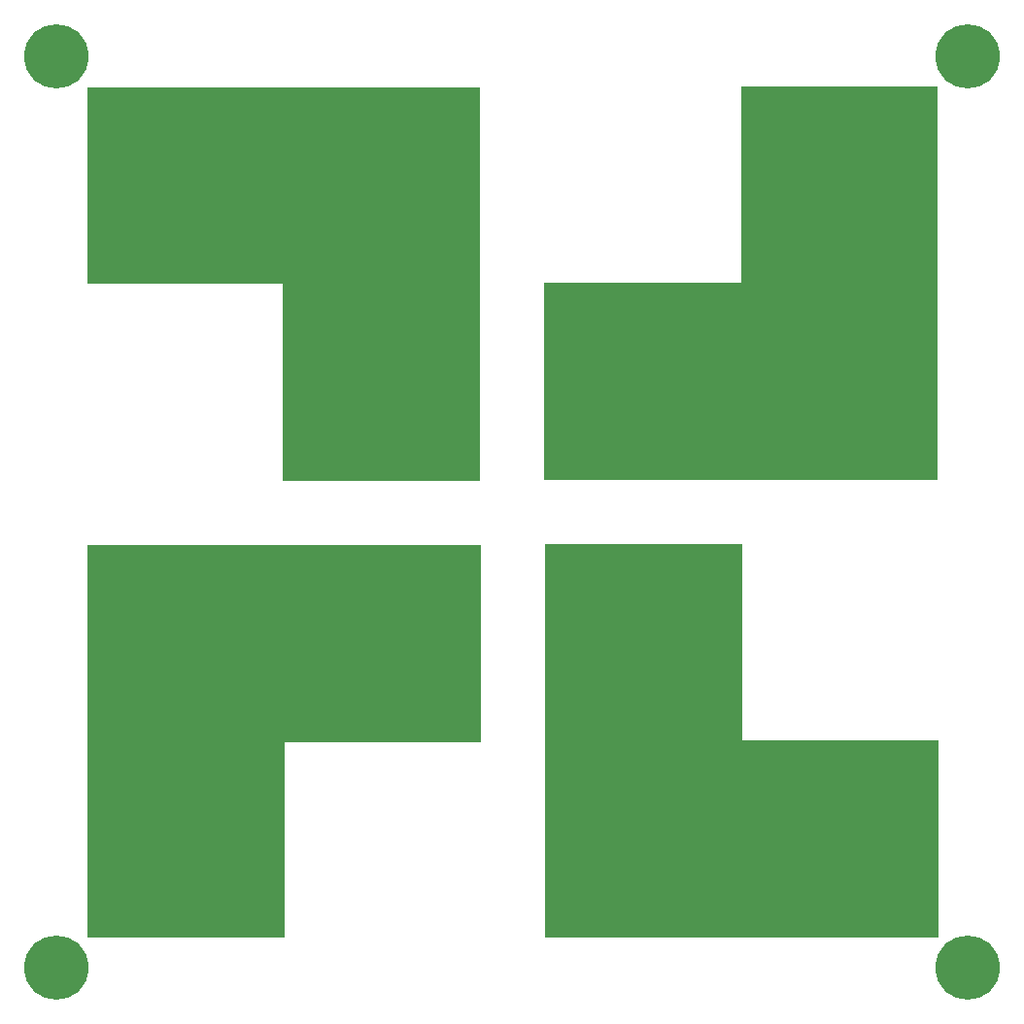
<source format=gbl>
%MOIN*%
%OFA0B0*%
%FSLAX46Y46*%
%IPPOS*%
%LPD*%
%ADD10C,0.00039370078740157485*%
%ADD11C,0.22047244094488189*%
%ADD22C,0.00039370078740157485*%
%ADD23C,0.22047244094488189*%
%ADD24C,0.00039370078740157485*%
%ADD25C,0.22047244094488189*%
%ADD26C,0.00039370078740157485*%
%ADD27C,0.22047244094488189*%
D10*
G36*
X0000509726Y0003089042D02*
G01*
X0000509739Y0002753168D01*
X0001181466Y0002753168D01*
X0001181478Y0002416118D01*
X0001181490Y0002079068D01*
X0001855593Y0002079068D01*
X0001855580Y0003424929D01*
X0001182647Y0003424923D01*
X0000509714Y0003424917D01*
X0000509726Y0003089042D01*
G37*
X0000509726Y0003089042D02*
X0000509739Y0002753168D01*
X0001181466Y0002753168D01*
X0001181478Y0002416118D01*
X0001181490Y0002079068D01*
X0001855593Y0002079068D01*
X0001855580Y0003424929D01*
X0001182647Y0003424923D01*
X0000509714Y0003424917D01*
X0000509726Y0003089042D01*
D11*
X0000404839Y0003532168D03*
G04 next file*
G04 #@! TF.GenerationSoftware,KiCad,Pcbnew,(5.1.5)-3*
G04 #@! TF.CreationDate,2019-12-21T12:13:30-08:00*
G04 #@! TF.ProjectId,mole-diamond-keychain,6d6f6c65-2d64-4696-916d-6f6e642d6b65,A*
G04 #@! TF.SameCoordinates,Original*
G04 #@! TF.FileFunction,Copper,L2,Bot*
G04 #@! TF.FilePolarity,Positive*
G04 Gerber Fmt 4.6, Leading zero omitted, Abs format (unit mm)*
G04 Created by KiCad (PCBNEW (5.1.5)-3) date 2019-12-21 12:13:30*
G04 APERTURE LIST*
G04 APERTURE END LIST*
D22*
G36*
X0000847964Y0000509726D02*
G01*
X0001183839Y0000509739D01*
X0001183839Y0001181466D01*
X0001520889Y0001181478D01*
X0001857939Y0001181490D01*
X0001857939Y0001855593D01*
X0000512077Y0001855580D01*
X0000512084Y0001182647D01*
X0000512090Y0000509714D01*
X0000847964Y0000509726D01*
G37*
X0000847964Y0000509726D02*
X0001183839Y0000509739D01*
X0001183839Y0001181466D01*
X0001520889Y0001181478D01*
X0001857939Y0001181490D01*
X0001857939Y0001855593D01*
X0000512077Y0001855580D01*
X0000512084Y0001182647D01*
X0000512090Y0000509714D01*
X0000847964Y0000509726D01*
D23*
X0000404839Y0000404839D03*
G04 next file*
G04 #@! TF.GenerationSoftware,KiCad,Pcbnew,(5.1.5)-3*
G04 #@! TF.CreationDate,2019-12-21T12:13:30-08:00*
G04 #@! TF.ProjectId,mole-diamond-keychain,6d6f6c65-2d64-4696-916d-6f6e642d6b65,A*
G04 #@! TF.SameCoordinates,Original*
G04 #@! TF.FileFunction,Copper,L2,Bot*
G04 #@! TF.FilePolarity,Positive*
G04 Gerber Fmt 4.6, Leading zero omitted, Abs format (unit mm)*
G04 Created by KiCad (PCBNEW (5.1.5)-3) date 2019-12-21 12:13:30*
G04 APERTURE LIST*
G04 APERTURE END LIST*
D24*
G36*
X0003427280Y0000847964D02*
G01*
X0003427268Y0001183839D01*
X0002755541Y0001183839D01*
X0002755529Y0001520889D01*
X0002755517Y0001857939D01*
X0002081414Y0001857939D01*
X0002081427Y0000512077D01*
X0002754360Y0000512084D01*
X0003427293Y0000512090D01*
X0003427280Y0000847964D01*
G37*
X0003427280Y0000847964D02*
X0003427268Y0001183839D01*
X0002755541Y0001183839D01*
X0002755529Y0001520889D01*
X0002755517Y0001857939D01*
X0002081414Y0001857939D01*
X0002081427Y0000512077D01*
X0002754360Y0000512084D01*
X0003427293Y0000512090D01*
X0003427280Y0000847964D01*
D25*
X0003532168Y0000404839D03*
G04 next file*
G04 #@! TF.GenerationSoftware,KiCad,Pcbnew,(5.1.5)-3*
G04 #@! TF.CreationDate,2019-12-21T12:13:30-08:00*
G04 #@! TF.ProjectId,mole-diamond-keychain,6d6f6c65-2d64-4696-916d-6f6e642d6b65,A*
G04 #@! TF.SameCoordinates,Original*
G04 #@! TF.FileFunction,Copper,L2,Bot*
G04 #@! TF.FilePolarity,Positive*
G04 Gerber Fmt 4.6, Leading zero omitted, Abs format (unit mm)*
G04 Created by KiCad (PCBNEW (5.1.5)-3) date 2019-12-21 12:13:30*
G04 APERTURE LIST*
G04 APERTURE END LIST*
D26*
G36*
X0003089042Y0003427280D02*
G01*
X0002753168Y0003427268D01*
X0002753168Y0002755541D01*
X0002416118Y0002755529D01*
X0002079068Y0002755517D01*
X0002079068Y0002081414D01*
X0003424929Y0002081427D01*
X0003424923Y0002754360D01*
X0003424917Y0003427293D01*
X0003089042Y0003427280D01*
G37*
X0003089042Y0003427280D02*
X0002753168Y0003427268D01*
X0002753168Y0002755541D01*
X0002416118Y0002755529D01*
X0002079068Y0002755517D01*
X0002079068Y0002081414D01*
X0003424929Y0002081427D01*
X0003424923Y0002754360D01*
X0003424917Y0003427293D01*
X0003089042Y0003427280D01*
D27*
X0003532168Y0003532168D03*
M02*
</source>
